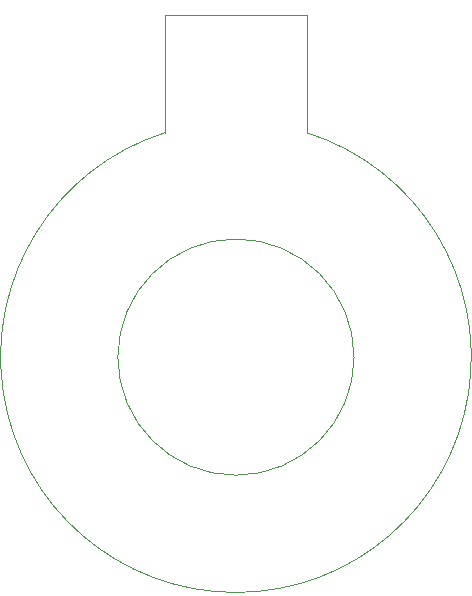
<source format=gko>
G04 #@! TF.GenerationSoftware,KiCad,Pcbnew,5.1.9+dfsg1-1~bpo10+1*
G04 #@! TF.CreationDate,2021-02-22T19:04:08+00:00*
G04 #@! TF.ProjectId,ringLight,72696e67-4c69-4676-9874-2e6b69636164,rev?*
G04 #@! TF.SameCoordinates,Original*
G04 #@! TF.FileFunction,Profile,NP*
%FSLAX46Y46*%
G04 Gerber Fmt 4.6, Leading zero omitted, Abs format (unit mm)*
G04 Created by KiCad (PCBNEW 5.1.9+dfsg1-1~bpo10+1) date 2021-02-22 19:04:08*
%MOMM*%
%LPD*%
G01*
G04 APERTURE LIST*
G04 #@! TA.AperFunction,Profile*
%ADD10C,0.050000*%
G04 #@! TD*
G04 APERTURE END LIST*
D10*
X5999998Y19000001D02*
G75*
G02*
X-6000000Y19000000I-5999998J-19000001D01*
G01*
X6000000Y29000000D02*
X5999998Y19000001D01*
X-6000000Y29000000D02*
X6000000Y29000000D01*
X-6000000Y19000000D02*
X-6000000Y29000000D01*
X10000000Y0D02*
G75*
G03*
X10000000Y0I-10000000J0D01*
G01*
M02*

</source>
